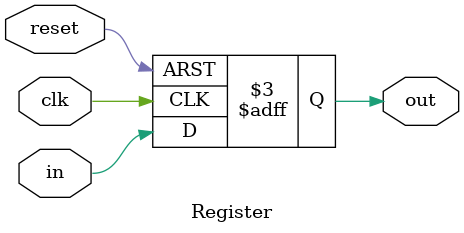
<source format=v>
module Register(
  input reset,
  input [n-1:0] in,
  input clk,
  output reg [n-1:0] out = 0
);
  parameter n = 1;

  always @(posedge clk or posedge reset) begin
    if (reset) begin
	   out <= 0;
	 end else begin
	   out <= in;
    end
  end
  
endmodule
</source>
